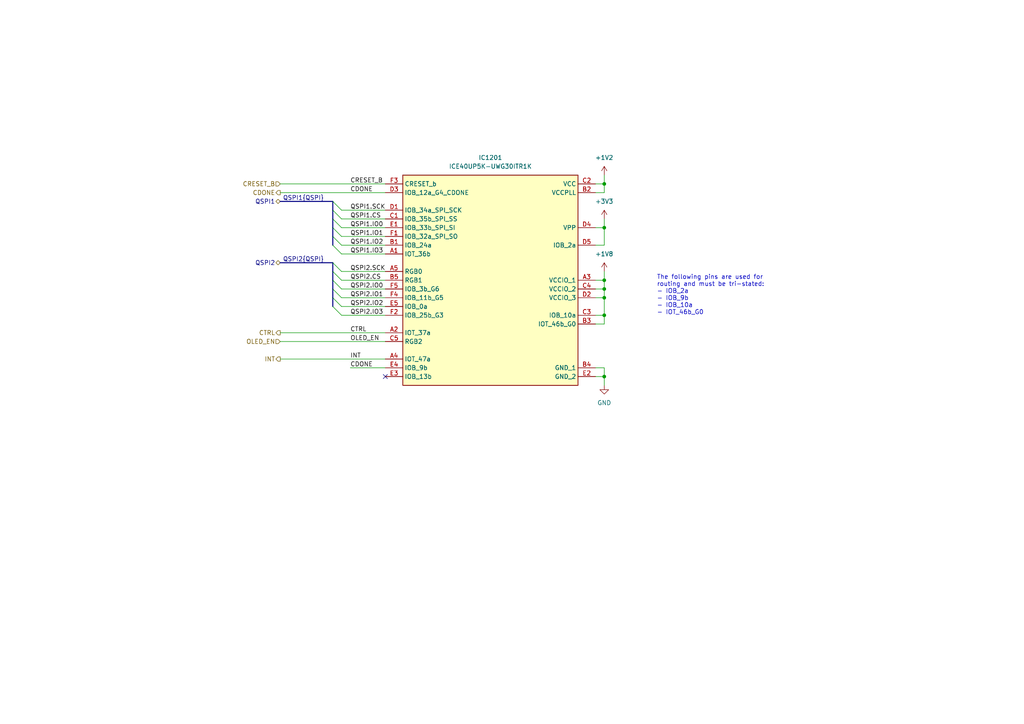
<source format=kicad_sch>
(kicad_sch (version 20230121) (generator eeschema)
  (paper "A4")
  (lib_symbols
    (symbol "ICE40UP5K-UWG30ITR1K:ICE40UP5K-UWG30ITR1K"
      (property "Reference" "IC" (at 0 33.02 0))
      (property "Value" "ICE40UP5K-UWG30ITR1K" (at 0 30.48 0))
      (symbol "ICE40UP5K-UWG30ITR1K_1_1"
        (rectangle (start -25.4 27.94) (end 25.4 -33.02) (stroke (width 0.254)) (fill (type background)))
        (pin passive line (at -30.48 5.08 0) (length 5.08) (name "IOT_36b") (number "A1"))
        (pin passive line (at -30.48 -17.78 0) (length 5.08) (name "IOT_37a") (number "A2"))
        (pin passive line (at 30.48 -2.54 180) (length 5.08) (name "VCCIO_1") (number "A3"))
        (pin passive line (at -30.48 -25.4 0) (length 5.08) (name "IOT_47a") (number "A4"))
        (pin passive line (at -30.48 0 0) (length 5.08) (name "RGB0") (number "A5"))
        (pin passive line (at -30.48 7.62 0) (length 5.08) (name "IOB_24a") (number "B1"))
        (pin passive line (at 30.48 22.86 180) (length 5.08) (name "VCCPLL") (number "B2"))
        (pin passive line (at 30.48 -15.24 180) (length 5.08) (name "IOT_46b_G0") (number "B3"))
        (pin passive line (at 30.48 -27.94 180) (length 5.08) (name "GND_1") (number "B4"))
        (pin passive line (at -30.48 -2.54 0) (length 5.08) (name "RGB1") (number "B5"))
        (pin passive line (at -30.48 15.24 0) (length 5.08) (name "IOB_35b_SPI_SS") (number "C1"))
        (pin passive line (at 30.48 25.4 180) (length 5.08) (name "VCC") (number "C2"))
        (pin passive line (at 30.48 -12.7 180) (length 5.08) (name "IOB_10a") (number "C3"))
        (pin passive line (at 30.48 -5.08 180) (length 5.08) (name "VCCIO_2") (number "C4"))
        (pin passive line (at -30.48 -20.32 0) (length 5.08) (name "RGB2") (number "C5"))
        (pin passive line (at -30.48 17.78 0) (length 5.08) (name "IOB_34a_SPI_SCK") (number "D1"))
        (pin passive line (at 30.48 -7.62 180) (length 5.08) (name "VCCIO_3") (number "D2"))
        (pin passive line (at -30.48 22.86 0) (length 5.08) (name "IOB_12a_G4_CDONE") (number "D3"))
        (pin passive line (at 30.48 12.7 180) (length 5.08) (name "VPP") (number "D4"))
        (pin passive line (at 30.48 7.62 180) (length 5.08) (name "IOB_2a") (number "D5"))
        (pin passive line (at -30.48 12.7 0) (length 5.08) (name "IOB_33b_SPI_SI") (number "E1"))
        (pin passive line (at 30.48 -30.48 180) (length 5.08) (name "GND_2") (number "E2"))
        (pin passive line (at -30.48 -30.48 0) (length 5.08) (name "IOB_13b") (number "E3"))
        (pin passive line (at -30.48 -27.94 0) (length 5.08) (name "IOB_9b") (number "E4"))
        (pin passive line (at -30.48 -10.16 0) (length 5.08) (name "IOB_0a") (number "E5"))
        (pin passive line (at -30.48 10.16 0) (length 5.08) (name "IOB_32a_SPI_SO") (number "F1"))
        (pin passive line (at -30.48 -12.7 0) (length 5.08) (name "IOB_25b_G3") (number "F2"))
        (pin passive line (at -30.48 25.4 0) (length 5.08) (name "CRESET_b") (number "F3"))
        (pin passive line (at -30.48 -7.62 0) (length 5.08) (name "IOB_11b_G5") (number "F4"))
        (pin passive line (at -30.48 -5.08 0) (length 5.08) (name "IOB_3b_G6") (number "F5"))
      )
    )
    (symbol "power:+1V2" (power) (pin_names (offset 0))
      (property "Value" "+1V2" (at 0 3.556 0))
      (symbol "+1V2_0_1"
        (polyline (pts (xy -0.762 1.27) (xy 0 2.54)))
        (polyline (pts (xy 0 0) (xy 0 2.54)))
        (polyline (pts (xy 0 2.54) (xy 0.762 1.27)))
      )
      (symbol "+1V2_1_1"
        (pin power_in line (at 0 0 90) (length 0) hide (name "+1V2") (number "1"))
      )
    )
    (symbol "power:+1V8" (power) (pin_names (offset 0))
      (property "Value" "+1V8" (at 0 3.556 0))
      (symbol "+1V8_0_1"
        (polyline (pts (xy -0.762 1.27) (xy 0 2.54)))
        (polyline (pts (xy 0 0) (xy 0 2.54)))
        (polyline (pts (xy 0 2.54) (xy 0.762 1.27)))
      )
      (symbol "+1V8_1_1"
        (pin power_in line (at 0 0 90) (length 0) hide (name "+1V8") (number "1"))
      )
    )
    (symbol "power:+3V3" (power) (pin_names (offset 0))
      (property "Value" "+3V3" (at 0 3.556 0))
      (symbol "+3V3_0_1"
        (polyline (pts (xy -0.762 1.27) (xy 0 2.54)))
        (polyline (pts (xy 0 0) (xy 0 2.54)))
        (polyline (pts (xy 0 2.54) (xy 0.762 1.27)))
      )
      (symbol "+3V3_1_1"
        (pin power_in line (at 0 0 90) (length 0) hide (name "+3V3") (number "1"))
      )
    )
    (symbol "power:GND" (power) (pin_names (offset 0))
      (property "Value" "GND" (at 0 -3.81 0))
      (symbol "GND_0_1"
        (polyline (pts (xy 0 0) (xy 0 -1.27) (xy 1.27 -1.27) (xy 0 -2.54) (xy -1.27 -1.27) (xy 0 -1.27)))
      )
      (symbol "GND_1_1"
        (pin power_in line (at 0 0 270) (length 0) hide (name "GND") (number "1"))
      )
    )
  )
  (junction (at 175.26 81.28))
  (junction (at 175.26 109.22))
  (junction (at 175.26 53.34))
  (junction (at 175.26 91.44))
  (junction (at 175.26 83.82))
  (junction (at 175.26 66.04))
  (junction (at 175.26 86.36))
  (no_connect (at 111.76 109.22))
  (bus_entry (at 96.52 81.28) (size 2.54 2.54))
  (bus_entry (at 96.52 68.58) (size 2.54 2.54))
  (bus_entry (at 96.52 66.04) (size 2.54 2.54))
  (bus_entry (at 96.52 63.5) (size 2.54 2.54))
  (bus_entry (at 96.52 86.36) (size 2.54 2.54))
  (bus_entry (at 96.52 83.82) (size 2.54 2.54))
  (bus_entry (at 96.52 78.74) (size 2.54 2.54))
  (bus_entry (at 96.52 76.2) (size 2.54 2.54))
  (bus_entry (at 99.06 73.66) (size -2.54 -2.54))
  (bus_entry (at 96.52 58.42) (size 2.54 2.54))
  (bus_entry (at 96.52 60.96) (size 2.54 2.54))
  (bus_entry (at 99.06 91.44) (size -2.54 -2.54))
  (wire (pts (xy 99.06 83.82) (xy 111.76 83.82)))
  (wire (pts (xy 99.06 66.04) (xy 111.76 66.04)))
  (wire (pts (xy 175.26 55.88) (xy 175.26 53.34)))
  (wire (pts (xy 175.26 106.68) (xy 175.26 109.22)))
  (wire (pts (xy 175.26 83.82) (xy 175.26 81.28)))
  (wire (pts (xy 172.72 93.98) (xy 175.26 93.98)))
  (wire (pts (xy 175.26 109.22) (xy 172.72 109.22)))
  (bus (pts (xy 96.52 76.2) (xy 81.28 76.2)))
  (bus (pts (xy 96.52 68.58) (xy 96.52 71.12)))
  (bus (pts (xy 96.52 76.2) (xy 96.52 78.74)))
  (wire (pts (xy 99.06 60.96) (xy 111.76 60.96)))
  (wire (pts (xy 172.72 71.12) (xy 175.26 71.12)))
  (wire (pts (xy 99.06 73.66) (xy 111.76 73.66)))
  (bus (pts (xy 96.52 78.74) (xy 96.52 81.28)))
  (wire (pts (xy 99.06 86.36) (xy 111.76 86.36)))
  (wire (pts (xy 81.28 55.88) (xy 111.76 55.88)))
  (wire (pts (xy 175.26 81.28) (xy 172.72 81.28)))
  (wire (pts (xy 172.72 53.34) (xy 175.26 53.34)))
  (wire (pts (xy 175.26 78.74) (xy 175.26 81.28)))
  (bus (pts (xy 96.52 63.5) (xy 96.52 66.04)))
  (wire (pts (xy 175.26 91.44) (xy 175.26 86.36)))
  (wire (pts (xy 172.72 83.82) (xy 175.26 83.82)))
  (wire (pts (xy 172.72 106.68) (xy 175.26 106.68)))
  (wire (pts (xy 101.6 106.68) (xy 111.76 106.68)))
  (wire (pts (xy 172.72 86.36) (xy 175.26 86.36)))
  (bus (pts (xy 96.52 66.04) (xy 96.52 68.58)))
  (wire (pts (xy 172.72 66.04) (xy 175.26 66.04)))
  (bus (pts (xy 96.52 81.28) (xy 96.52 83.82)))
  (wire (pts (xy 175.26 93.98) (xy 175.26 91.44)))
  (wire (pts (xy 175.26 86.36) (xy 175.26 83.82)))
  (wire (pts (xy 99.06 91.44) (xy 111.76 91.44)))
  (wire (pts (xy 99.06 68.58) (xy 111.76 68.58)))
  (bus (pts (xy 96.52 60.96) (xy 96.52 63.5)))
  (wire (pts (xy 99.06 78.74) (xy 111.76 78.74)))
  (wire (pts (xy 172.72 91.44) (xy 175.26 91.44)))
  (wire (pts (xy 99.06 63.5) (xy 111.76 63.5)))
  (wire (pts (xy 175.26 71.12) (xy 175.26 66.04)))
  (wire (pts (xy 81.28 53.34) (xy 111.76 53.34)))
  (bus (pts (xy 96.52 86.36) (xy 96.52 88.9)))
  (wire (pts (xy 175.26 111.76) (xy 175.26 109.22)))
  (wire (pts (xy 172.72 55.88) (xy 175.26 55.88)))
  (wire (pts (xy 99.06 71.12) (xy 111.76 71.12)))
  (wire (pts (xy 81.28 99.06) (xy 111.76 99.06)))
  (wire (pts (xy 175.26 53.34) (xy 175.26 50.8)))
  (wire (pts (xy 81.28 96.52) (xy 111.76 96.52)))
  (bus (pts (xy 96.52 58.42) (xy 81.28 58.42)))
  (wire (pts (xy 175.26 66.04) (xy 175.26 63.5)))
  (bus (pts (xy 96.52 58.42) (xy 96.52 60.96)))
  (wire (pts (xy 81.28 104.14) (xy 111.76 104.14)))
  (wire (pts (xy 99.06 81.28) (xy 111.76 81.28)))
  (wire (pts (xy 99.06 88.9) (xy 111.76 88.9)))
  (bus (pts (xy 96.52 83.82) (xy 96.52 86.36)))
  (text "The following pins are used for\nrouting and must be tri-stated:\n- IOB_2a\n- IOB_9b\n- IOB_10a\n- IOT_46b_G0\n" (at 190.5 91.44 0) (effects (font (size 1.27 1.27)) (justify left bottom)))
  (label "QSPI1.CS" (at 101.6 63.5 0))
  (label "QSPI1{QSPI}" (at 93.98 58.42 180))
  (label "QSPI1.IO3" (at 101.6 73.66 0))
  (label "QSPI2.IO2" (at 101.6 88.9 0))
  (label "CDONE" (at 101.6 55.88 0))
  (label "CDONE" (at 101.6 106.68 0))
  (label "QSPI2{QSPI}" (at 93.98 76.2 180))
  (label "QSPI2.SCK" (at 101.6 78.74 0))
  (label "CTRL" (at 101.6 96.52 0))
  (label "QSPI1.SCK" (at 101.6 60.96 0))
  (label "QSPI1.IO2" (at 101.6 71.12 0))
  (label "QSPI1.IO1" (at 101.6 68.58 0))
  (label "QSPI2.IO3" (at 101.6 91.44 0))
  (label "QSPI2.CS" (at 101.6 81.28 0))
  (label "QSPI2.IO1" (at 101.6 86.36 0))
  (label "INT" (at 101.6 104.14 0))
  (label "OLED_EN" (at 101.6 99.06 0))
  (label "QSPI2.IO0" (at 101.6 83.82 0))
  (label "CRESET_B" (at 101.6 53.34 0))
  (label "QSPI1.IO0" (at 101.6 66.04 0))
  (hierarchical_label "QSPI1" (shape bidirectional) (at 81.28 58.42 180) (property "DSI" "DSI" (effects hide)))
  (hierarchical_label "CTRL" (shape output) (at 81.28 96.52 180))
  (hierarchical_label "CRESET_B" (shape input) (at 81.28 53.34 180))
  (hierarchical_label "CDONE" (shape output) (at 81.28 55.88 180))
  (hierarchical_label "INT" (shape output) (at 81.28 104.14 180))
  (hierarchical_label "QSPI2" (shape bidirectional) (at 81.28 76.2 180) (property "DSI" "DSI" (effects hide)))
  (hierarchical_label "OLED_EN" (shape input) (at 81.28 99.06 180))
  (symbol (lib_id "power:GND") (at 175.26 111.76 0) (unit 1)
    (property "Reference" "#PWR01104" (effects hide))
    (property "Value" "GND" (at 175.26 116.84 0))
  )
  (symbol (lib_id "power:+3V3") (at 175.26 63.5 0) (unit 1)
    (property "Reference" "#PWR01101" (effects hide))
    (property "Value" "+3V3" (at 175.26 58.42 0))
  )
  (symbol (lib_id "power:+1V8") (at 175.26 78.74 0) (unit 1)
    (property "Reference" "#PWR01103" (effects hide))
    (property "Value" "+1V8" (at 175.26 73.66 0))
  )
  (symbol (lib_id "power:+1V2") (at 175.26 50.8 0) (unit 1)
    (property "Reference" "#PWR01102" (effects hide))
    (property "Value" "+1V2" (at 175.26 45.72 0))
  )
  (symbol (lib_id "ICE40UP5K-UWG30ITR1K:ICE40UP5K-UWG30ITR1K") (at 142.24 78.74 0) (unit 1)
    (property "Reference" "IC1201" (at 142.24 45.72 0))
    (property "Value" "ICE40UP5K-UWG30ITR1K" (at 142.24 48.26 0))
    (property "Footprint" "BGA30C40P5X6_211X254X60" (effects hide))
    (property "Datasheet" "https://www.latticesemi.com/-/media/LatticeSemi/Documents/DataSheets/iCE/iCE40%20UltraPlus%20Family%20Data%20Sheet.pdf?document_id=51968" (effects hide))
    (property "Height" "0.6" (effects hide))
    (property "Mouser Part Number" "842-40UP5KUWG30ITR1K" (effects hide))
    (property "Mouser Price/Stock" "https://www.mouser.co.uk/ProductDetail/Lattice/ICE40UP5K-UWG30ITR1K?qs=Rp3RbKSfAt0rwndd2oX17g%3D%3D" (effects hide))
    (property "Manufacturer_Name" "Lattice Semiconductor" (effects hide))
    (property "Manufacturer_Part_Number" "ICE40UP5K-UWG30ITR1K" (effects hide))
  )
)
</source>
